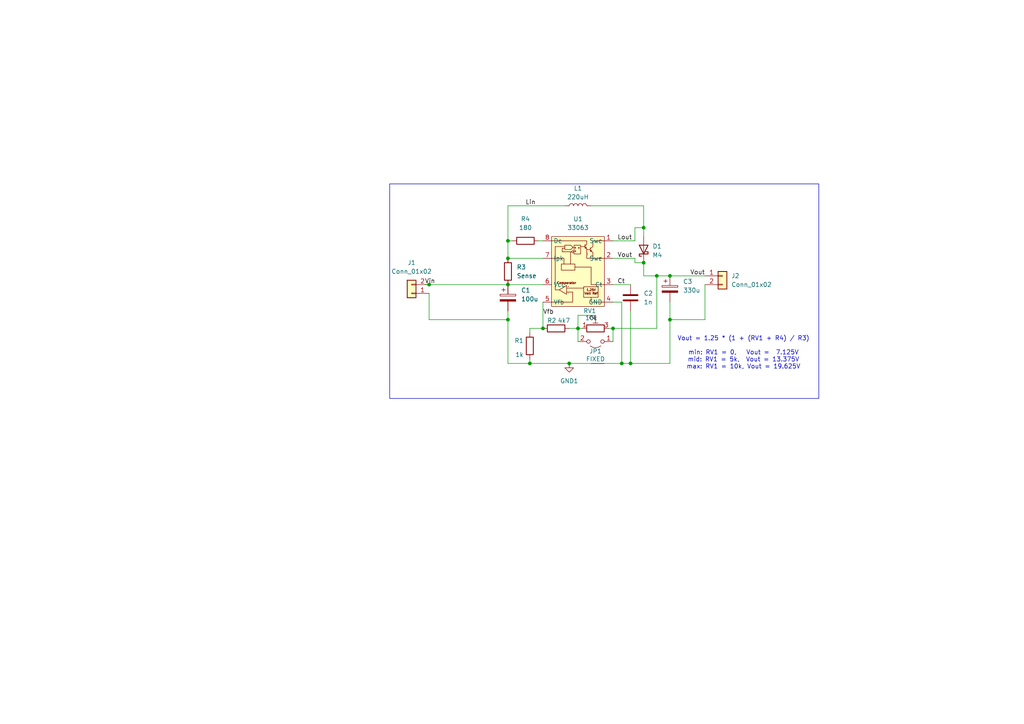
<source format=kicad_sch>
(kicad_sch (version 20231120) (generator "eeschema") (generator_version "8.0")
  (paper "A4")
  (lib_symbols
    (symbol "Connector_Generic:Conn_01x02" (pin_names (offset 1.016) hide)
      (property "Reference" "J" (at 0 2.54 0))
      (property "Value" "Conn_01x02" (at 0 -5.08 0))
      (symbol "Conn_01x02_1_1"
        (rectangle (start -1.27 -2.413) (end 0 -2.667) (stroke (width 0.1524)))
        (rectangle (start -1.27 0.127) (end 0 -0.127) (stroke (width 0.1524)))
        (rectangle (start -1.27 1.27) (end 1.27 -3.81) (stroke (width 0.254)) (fill (type background)))
        (pin passive line (at -5.08 0 0) (length 3.81) (name "Pin_1") (number "1"))
        (pin passive line (at -5.08 -2.54 0) (length 3.81) (name "Pin_2") (number "2"))
      )
    )
    (symbol "Custom:MC33063"
      (property "Reference" "U" (at 0 11.43 0))
      (property "Value" "MC33063" (at 0.254 -11.938 0))
      (symbol "MC33063_0_1"
        (rectangle (start -4.826 2.159) (end -0.889 0.381))
        (arc (start -2.286 6.35) (mid -1.837 6.536) (end -1.651 6.985))
        (arc (start -1.651 6.985) (mid -1.837 7.434) (end -2.286 7.62))
        (rectangle (start -1.143 7.62) (end 0.762 5.08))
        (polyline (pts (xy -3.81 7.62) (xy -2.286 7.62)))
        (polyline (pts (xy -2.159 5.715) (xy -2.159 2.159)))
        (polyline (pts (xy -1.651 6.985) (xy -1.143 6.985)))
        (polyline (pts (xy 1.651 -4.826) (xy -3.175 -4.826)))
        (polyline (pts (xy 2.032 7.239) (xy 0.762 7.239)))
        (polyline (pts (xy 2.032 7.874) (xy 2.032 6.731)))
        (polyline (pts (xy 2.54 6.35) (xy 3.556 6.35)))
        (polyline (pts (xy 3.556 6.858) (xy 3.556 5.842)))
        (polyline (pts (xy -4.064 2.159) (xy -4.064 3.81) (xy -7.62 3.81)))
        (polyline (pts (xy -3.81 7.62) (xy -3.81 6.35) (xy -2.286 6.35)))
        (polyline (pts (xy 3.556 6.223) (xy 4.318 5.461) (xy 4.318 3.81)))
        (polyline (pts (xy 3.81 -7.493) (xy 3.81 -8.89) (xy 7.493 -8.89)))
        (polyline (pts (xy -3.81 6.731) (xy -4.572 6.731) (xy -4.572 5.715) (xy -1.778 5.715)))
        (polyline (pts (xy -3.175 -5.969) (xy -1.524 -5.969) (xy -1.524 -8.89) (xy -7.62 -8.89)))
        (polyline (pts (xy -0.889 1.27) (xy 3.81 1.27) (xy 3.81 -3.81) (xy 7.62 -3.81)))
        (polyline (pts (xy 2.032 7.366) (xy 2.54 7.874) (xy 2.54 8.89) (xy -7.62 8.89)))
        (polyline (pts (xy 2.413 6.985) (xy 2.413 6.731) (xy 2.159 6.731) (xy 2.413 6.985)))
        (polyline (pts (xy 3.556 6.604) (xy 4.318 7.239) (xy 4.318 8.89) (xy 7.62 8.89)))
        (polyline (pts (xy 3.937 6.096) (xy 3.937 5.842) (xy 3.683 5.842) (xy 3.937 6.096)))
        (polyline (pts (xy -3.81 7.239) (xy -6.604 7.239) (xy -6.604 -5.334) (xy -5.461 -5.334) (xy -3.302 -4.064) (xy -3.302 -6.604) (xy -5.461 -5.334) (xy -5.461 -5.334)))
        (polyline (pts (xy 2.032 7.112) (xy 2.54 6.604) (xy 2.54 5.461) (xy 2.667 5.334) (xy 2.54 5.207) (xy 2.667 5.08) (xy 2.54 4.953) (xy 2.667 4.826) (xy 2.54 4.699) (xy 2.54 3.81) (xy 7.62 3.81)))
        (rectangle (start 1.651 -4.445) (end 5.842 -7.493))
      )
      (symbol "MC33063_1_1"
        (rectangle (start -7.62 10.16) (end 7.62 -10.16) (fill (type background)))
        (circle (center -1.524 5.715) (radius 0.284))
        (text "+" (at -2.794 -4.318 0) (effects (font (size 0.381 0.381))))
        (text "-" (at -2.794 -6.35 0) (effects (font (size 0.381 0.381))))
        (text "1.25V\nVolt Ref" (at 3.81 -5.842 0) (effects (font (size 0.635 0.635))))
        (text "Comparator" (at -3.302 -3.302 0) (effects (font (size 0.635 0.635))))
        (text "Q" (at 0.254 6.858 0) (effects (font (size 0.381 0.381))))
        (text "R" (at -0.762 5.842 0) (effects (font (size 0.381 0.381))))
        (text "S" (at -0.762 6.858 0) (effects (font (size 0.381 0.381))))
        (pin input line (at 10.16 8.89 180) (length 2.54) (name "Swc") (number "1"))
        (pin input line (at 10.16 3.81 180) (length 2.54) (name "Swe") (number "2"))
        (pin input line (at 10.16 -3.81 180) (length 2.54) (name "Ct") (number "3"))
        (pin input line (at 10.16 -8.89 180) (length 2.54) (name "GND") (number "4"))
        (pin input line (at -10.16 -8.89 0) (length 2.54) (name "Vfb") (number "5"))
        (pin input line (at -10.16 -3.81 0) (length 2.54) (name "Vcc") (number "6"))
        (pin input line (at -10.16 3.81 0) (length 2.54) (name "Ipk") (number "7"))
        (pin input line (at -10.16 8.89 0) (length 2.54) (name "Dc") (number "8"))
      )
    )
    (symbol "Device:C" (pin_numbers hide) (pin_names (offset 0.254))
      (property "Reference" "C" (at 0.635 2.54 0))
      (property "Value" "C" (at 0.635 -2.54 0))
      (symbol "C_0_1"
        (polyline (pts (xy -2.032 -0.762) (xy 2.032 -0.762)) (stroke (width 0.508)))
        (polyline (pts (xy -2.032 0.762) (xy 2.032 0.762)) (stroke (width 0.508)))
      )
      (symbol "C_1_1"
        (pin passive line (at 0 3.81 270) (length 2.794) (name "~") (number "1"))
        (pin passive line (at 0 -3.81 90) (length 2.794) (name "~") (number "2"))
      )
    )
    (symbol "Device:C_Polarized" (pin_numbers hide) (pin_names (offset 0.254))
      (property "Reference" "C" (at 0.635 2.54 0))
      (property "Value" "C_Polarized" (at 0.635 -2.54 0))
      (symbol "C_Polarized_0_1"
        (rectangle (start -2.286 0.508) (end 2.286 1.016))
        (polyline (pts (xy -1.778 2.286) (xy -0.762 2.286)))
        (polyline (pts (xy -1.27 2.794) (xy -1.27 1.778)))
        (rectangle (start 2.286 -0.508) (end -2.286 -1.016) (fill (type outline)))
      )
      (symbol "C_Polarized_1_1"
        (pin passive line (at 0 3.81 270) (length 2.794) (name "~") (number "1"))
        (pin passive line (at 0 -3.81 90) (length 2.794) (name "~") (number "2"))
      )
    )
    (symbol "Device:L" (pin_numbers hide) (pin_names (offset 1.016) hide)
      (property "Reference" "L" (at -1.27 0 90))
      (property "Value" "L" (at 1.905 0 90))
      (symbol "L_0_1"
        (arc (start 0 -2.54) (mid 0.6323 -1.905) (end 0 -1.27))
        (arc (start 0 -1.27) (mid 0.6323 -0.635) (end 0 0))
        (arc (start 0 0) (mid 0.6323 0.635) (end 0 1.27))
        (arc (start 0 1.27) (mid 0.6323 1.905) (end 0 2.54))
      )
      (symbol "L_1_1"
        (pin passive line (at 0 3.81 270) (length 1.27) (name "1") (number "1"))
        (pin passive line (at 0 -3.81 90) (length 1.27) (name "2") (number "2"))
      )
    )
    (symbol "Device:R" (pin_numbers hide) (pin_names (offset 0))
      (property "Reference" "R" (at 2.032 0 90))
      (property "Value" "R" (at 0 0 90))
      (symbol "R_0_1"
        (rectangle (start -1.016 -2.54) (end 1.016 2.54) (stroke (width 0.254)))
      )
      (symbol "R_1_1"
        (pin passive line (at 0 3.81 270) (length 1.27) (name "~") (number "1"))
        (pin passive line (at 0 -3.81 90) (length 1.27) (name "~") (number "2"))
      )
    )
    (symbol "Device:R_Potentiometer_Trim" (pin_names (offset 1.016) hide)
      (property "Reference" "RV" (at -4.445 0 90))
      (property "Value" "R_Potentiometer_Trim" (at -2.54 0 90))
      (symbol "R_Potentiometer_Trim_0_1"
        (polyline (pts (xy 1.524 0.762) (xy 1.524 -0.762)))
        (polyline (pts (xy 2.54 0) (xy 1.524 0)))
        (rectangle (start 1.016 2.54) (end -1.016 -2.54) (stroke (width 0.254)))
      )
      (symbol "R_Potentiometer_Trim_1_1"
        (pin passive line (at 0 3.81 270) (length 1.27) (name "1") (number "1"))
        (pin passive line (at 3.81 0 180) (length 1.27) (name "2") (number "2"))
        (pin passive line (at 0 -3.81 90) (length 1.27) (name "3") (number "3"))
      )
    )
    (symbol "Diode:1N5819WS" (pin_numbers hide) (pin_names (offset 1.016) hide)
      (property "Reference" "D" (at 0 2.54 0))
      (property "Value" "1N5819WS" (at 0 -2.54 0))
      (symbol "1N5819WS_0_1"
        (polyline (pts (xy 1.27 0) (xy -1.27 0)))
        (polyline (pts (xy 1.27 1.27) (xy 1.27 -1.27) (xy -1.27 0) (xy 1.27 1.27)) (stroke (width 0.254)))
        (polyline (pts (xy -1.905 0.635) (xy -1.905 1.27) (xy -1.27 1.27) (xy -1.27 -1.27) (xy -0.635 -1.27) (xy -0.635 -0.635)) (stroke (width 0.254)))
      )
      (symbol "1N5819WS_1_1"
        (pin passive line (at -3.81 0 0) (length 2.54) (name "K") (number "1"))
        (pin passive line (at 3.81 0 180) (length 2.54) (name "A") (number "2"))
      )
    )
    (symbol "Jumper:Jumper_2_Open" (pin_names (offset 0) hide)
      (property "Reference" "JP" (at 0 2.794 0))
      (property "Value" "Jumper_2_Open" (at 0 -2.286 0))
      (symbol "Jumper_2_Open_0_0"
        (circle (center -2.032 0) (radius 0.508))
        (circle (center 2.032 0) (radius 0.508))
      )
      (symbol "Jumper_2_Open_0_1"
        (arc (start 1.524 1.27) (mid 0 1.778) (end -1.524 1.27))
      )
      (symbol "Jumper_2_Open_1_1"
        (pin passive line (at -5.08 0 0) (length 2.54) (name "A") (number "1"))
        (pin passive line (at 5.08 0 180) (length 2.54) (name "B") (number "2"))
      )
    )
    (symbol "power:GND1" (power) (pin_names (offset 0))
      (property "Value" "GND1" (at 0 -3.81 0))
      (symbol "GND1_0_1"
        (polyline (pts (xy 0 0) (xy 0 -1.27) (xy 1.27 -1.27) (xy 0 -2.54) (xy -1.27 -1.27) (xy 0 -1.27)))
      )
      (symbol "GND1_1_1"
        (pin power_in line (at 0 0 270) (length 0) hide (name "GND1") (number "1"))
      )
    )
  )
  (junction (at 124.46 82.55))
  (junction (at 147.32 92.71))
  (junction (at 190.5 80.01))
  (junction (at 147.32 69.85))
  (junction (at 153.67 105.41))
  (junction (at 167.64 95.25))
  (junction (at 157.48 95.25))
  (junction (at 177.8 95.25))
  (junction (at 194.31 80.01))
  (junction (at 182.88 105.41))
  (junction (at 147.32 82.55))
  (junction (at 180.34 105.41))
  (junction (at 165.1 105.41))
  (junction (at 186.69 66.04))
  (junction (at 194.31 92.71))
  (junction (at 147.32 74.93))
  (junction (at 186.69 76.2))
  (wire (pts (xy 180.34 87.63) (xy 180.34 105.41)))
  (wire (pts (xy 153.67 95.25) (xy 153.67 96.52)))
  (wire (pts (xy 172.72 91.44) (xy 167.64 91.44)))
  (wire (pts (xy 157.48 87.63) (xy 157.48 95.25)))
  (wire (pts (xy 153.67 95.25) (xy 157.48 95.25)))
  (wire (pts (xy 194.31 92.71) (xy 194.31 105.41)))
  (wire (pts (xy 186.69 80.01) (xy 190.5 80.01)))
  (wire (pts (xy 147.32 82.55) (xy 157.48 82.55)))
  (wire (pts (xy 186.69 66.04) (xy 186.69 68.58)))
  (wire (pts (xy 194.31 87.63) (xy 194.31 92.71)))
  (wire (pts (xy 177.8 74.93) (xy 184.15 74.93)))
  (wire (pts (xy 147.32 59.69) (xy 147.32 69.85)))
  (wire (pts (xy 124.46 92.71) (xy 147.32 92.71)))
  (wire (pts (xy 180.34 105.41) (xy 182.88 105.41)))
  (wire (pts (xy 186.69 59.69) (xy 186.69 66.04)))
  (wire (pts (xy 147.32 92.71) (xy 147.32 90.17)))
  (wire (pts (xy 184.15 66.04) (xy 186.69 66.04)))
  (wire (pts (xy 180.34 87.63) (xy 177.8 87.63)))
  (wire (pts (xy 171.45 59.69) (xy 186.69 59.69)))
  (wire (pts (xy 177.8 95.25) (xy 190.5 95.25)))
  (wire (pts (xy 204.47 82.55) (xy 204.47 92.71)))
  (wire (pts (xy 204.47 92.71) (xy 194.31 92.71)))
  (wire (pts (xy 184.15 74.93) (xy 184.15 76.2)))
  (wire (pts (xy 148.59 69.85) (xy 147.32 69.85)))
  (wire (pts (xy 163.83 59.69) (xy 147.32 59.69)))
  (wire (pts (xy 147.32 105.41) (xy 153.67 105.41)))
  (polyline (pts (xy 171.45 105.41) (xy 175.26 105.41)))
  (wire (pts (xy 177.8 95.25) (xy 177.8 99.06)))
  (wire (pts (xy 186.69 76.2) (xy 186.69 80.01)))
  (wire (pts (xy 156.21 69.85) (xy 157.48 69.85)))
  (wire (pts (xy 165.1 105.41) (xy 180.34 105.41)))
  (wire (pts (xy 177.8 69.85) (xy 184.15 69.85)))
  (wire (pts (xy 167.64 95.25) (xy 168.91 95.25)))
  (wire (pts (xy 147.32 105.41) (xy 147.32 92.71)))
  (wire (pts (xy 182.88 90.17) (xy 182.88 105.41)))
  (wire (pts (xy 176.53 95.25) (xy 177.8 95.25)))
  (wire (pts (xy 147.32 74.93) (xy 157.48 74.93)))
  (wire (pts (xy 123.19 82.55) (xy 124.46 82.55)))
  (wire (pts (xy 190.5 80.01) (xy 194.31 80.01)))
  (wire (pts (xy 190.5 80.01) (xy 190.5 95.25)))
  (wire (pts (xy 165.1 95.25) (xy 167.64 95.25)))
  (wire (pts (xy 124.46 85.09) (xy 124.46 92.71)))
  (wire (pts (xy 153.67 105.41) (xy 153.67 104.14)))
  (wire (pts (xy 184.15 69.85) (xy 184.15 66.04)))
  (wire (pts (xy 167.64 91.44) (xy 167.64 95.25)))
  (wire (pts (xy 153.67 105.41) (xy 165.1 105.41)))
  (wire (pts (xy 167.64 95.25) (xy 167.64 99.06)))
  (wire (pts (xy 194.31 105.41) (xy 182.88 105.41)))
  (wire (pts (xy 194.31 80.01) (xy 204.47 80.01)))
  (wire (pts (xy 124.46 82.55) (xy 147.32 82.55)))
  (wire (pts (xy 147.32 69.85) (xy 147.32 74.93)))
  (wire (pts (xy 177.8 82.55) (xy 182.88 82.55)))
  (wire (pts (xy 184.15 76.2) (xy 186.69 76.2)))
  (rectangle (start 113.03 53.34) (end 237.49 115.57))
  (text "Vout = 1.25 * (1 + (RV1 + R4) / R3)\n\nmin: RV1 = 0,   Vout =  7.125V\nmid: RV1 = 5k,  Vout = 13.375V\nmax: RV1 = 10k, Vout = 19.625V" (at 215.646 102.362 0) (effects (font (size 1.27 1.27))))
  (label "Lin" (at 152.4 59.69 0))
  (label "Vfb" (at 157.48 91.44 0))
  (label "Vout" (at 179.07 74.93 0))
  (label "Vout" (at 204.47 80.01 180))
  (label "Ct" (at 179.07 82.55 0))
  (label "Lout" (at 179.07 69.85 0))
  (label "Vin" (at 123.19 82.55 0))
  (symbol (lib_id "Device:C_Polarized") (at 147.32 86.36 0) (unit 1)
    (property "Reference" "C1" (at 151.13 84.2009 0) (effects (justify left)))
    (property "Value" "100u" (at 151.13 86.7409 0) (effects (justify left)))
    (property "Footprint" "Capacitor_THT:CP_Radial_D6.3mm_P2.50mm" (effects (hide yes)))
    (property "Description" "Polarized capacitor" (effects (hide yes)))
  )
  (symbol (lib_id "Device:L") (at 167.64 59.69 90) (unit 1)
    (property "Reference" "L1" (at 167.64 54.61 90))
    (property "Value" "220uH" (at 167.64 57.15 90))
    (property "Footprint" "misc:Inductor_CD54" (effects (hide yes)))
    (property "Description" "Inductor" (effects (hide yes)))
  )
  (symbol (lib_id "power:GND1") (at 165.1 105.41 0) (unit 1)
    (property "Reference" "#PWR020" (effects (hide yes)))
    (property "Value" "GND1" (at 165.1 110.49 0))
    (property "Description" "Power symbol creates a global label with name \"GND1\" , ground" (effects (hide yes)))
  )
  (symbol (lib_id "Jumper:Jumper_2_Open") (at 172.72 99.06 180) (unit 1)
    (property "Reference" "JP1" (at 172.72 101.854 0))
    (property "Value" "FIXED" (at 172.72 104.14 0))
    (property "Footprint" "Jumper:SolderJumper-2_P1.3mm_Open_RoundedPad1.0x1.5mm" (effects (hide yes)))
    (property "Description" "Jumper, 2-pole, open" (effects (hide yes)))
  )
  (symbol (lib_id "Device:R") (at 152.4 69.85 90) (unit 1)
    (property "Reference" "R4" (at 152.4 63.5 90))
    (property "Value" "180" (at 152.4 66.04 90))
    (property "Footprint" "Resistor_SMD:R_0805_2012Metric_Pad1.20x1.40mm_HandSolder" (effects (hide yes)))
    (property "Description" "Resistor" (effects (hide yes)))
  )
  (symbol (lib_id "Device:R") (at 153.67 100.33 180) (unit 1)
    (property "Reference" "R1" (at 151.892 98.806 0) (effects (justify left)))
    (property "Value" "1k" (at 151.892 102.87 0) (effects (justify left)))
    (property "Footprint" "Resistor_SMD:R_0805_2012Metric_Pad1.20x1.40mm_HandSolder" (effects (hide yes)))
    (property "Description" "Resistor" (effects (hide yes)))
  )
  (symbol (lib_id "Custom:MC33063") (at 167.64 78.74 0) (unit 1)
    (property "Reference" "U1" (at 167.64 63.5 0))
    (property "Value" "33063" (at 167.64 66.04 0))
    (property "Footprint" "Package_SO:SOIC-8_3.9x4.9mm_P1.27mm" (effects (hide yes)))
  )
  (symbol (lib_id "Diode:1N5819WS") (at 186.69 72.39 90) (unit 1)
    (property "Reference" "D1" (at 189.23 71.4374 90) (effects (justify right)))
    (property "Value" "M4" (at 189.23 73.9774 90) (effects (justify right)))
    (property "Footprint" "misc:D_SMA_Handsoldering_with_symbol" (effects (hide yes)))
    (property "Datasheet" "https://datasheet.lcsc.com/lcsc/2204281430_Guangdong-Hottech-1N5819WS_C191023.pdf" (effects (hide yes)))
    (property "Description" "40V 600mV@1A 1A SOD-323 Schottky Barrier Diodes, SOD-323" (effects (hide yes)))
  )
  (symbol (lib_id "Device:R") (at 161.29 95.25 90) (unit 1)
    (property "Reference" "R2" (at 160.02 92.964 90))
    (property "Value" "4k7" (at 163.576 92.964 90))
    (property "Footprint" "Resistor_SMD:R_0805_2012Metric_Pad1.20x1.40mm_HandSolder" (effects (hide yes)))
    (property "Description" "Resistor" (effects (hide yes)))
  )
  (symbol (lib_id "Device:C_Polarized") (at 194.31 83.82 0) (unit 1)
    (property "Reference" "C3" (at 198.12 81.6609 0) (effects (justify left)))
    (property "Value" "330u" (at 198.12 84.2009 0) (effects (justify left)))
    (property "Footprint" "Capacitor_THT:CP_Radial_D6.3mm_P2.50mm" (effects (hide yes)))
    (property "Description" "Polarized capacitor" (effects (hide yes)))
  )
  (symbol (lib_id "Device:C") (at 182.88 86.36 0) (unit 1)
    (property "Reference" "C2" (at 186.69 85.0899 0) (effects (justify left)))
    (property "Value" "1n" (at 186.69 87.6299 0) (effects (justify left)))
    (property "Footprint" "Capacitor_SMD:C_0805_2012Metric_Pad1.18x1.45mm_HandSolder" (effects (hide yes)))
    (property "Description" "Unpolarized capacitor" (effects (hide yes)))
  )
  (symbol (lib_id "Connector_Generic:Conn_01x02") (at 119.38 85.09 180) (unit 1)
    (property "Reference" "J1" (at 119.38 76.2 0))
    (property "Value" "Conn_01x02" (at 119.38 78.74 0))
    (property "Footprint" "misc:sip_edge_2_no_slot" (effects (hide yes)))
    (property "Description" "Generic connector, single row, 01x02, script generated (kicad-library-utils/schlib/autogen/connector/)" (effects (hide yes)))
  )
  (symbol (lib_id "Device:R") (at 147.32 78.74 0) (unit 1)
    (property "Reference" "R3" (at 149.86 77.4699 0) (effects (justify left)))
    (property "Value" "Sense" (at 149.86 80.0099 0) (effects (justify left)))
    (property "Footprint" "LED_SMD:LED_0805_2012Metric_Pad1.15x1.40mm_HandSolder" (effects (hide yes)))
    (property "Description" "Resistor" (effects (hide yes)))
  )
  (symbol (lib_id "Connector_Generic:Conn_01x02") (at 209.55 80.01 0) (unit 1)
    (property "Reference" "J2" (at 212.09 80.0099 0) (effects (justify left)))
    (property "Value" "Conn_01x02" (at 212.09 82.5499 0) (effects (justify left)))
    (property "Footprint" "misc:sip_edge_2_no_slot" (effects (hide yes)))
    (property "Description" "Generic connector, single row, 01x02, script generated (kicad-library-utils/schlib/autogen/connector/)" (effects (hide yes)))
  )
  (symbol (lib_id "Device:R_Potentiometer_Trim") (at 172.72 95.25 90) (unit 1)
    (property "Reference" "RV1" (at 169.164 90.17 90) (effects (justify right)))
    (property "Value" "10k" (at 169.672 92.202 90) (effects (justify right)))
    (property "Footprint" "Potentiometer_THT:Potentiometer_Bourns_3296W_Vertical" (effects (hide yes)))
    (property "Description" "Trim-potentiometer" (effects (hide yes)))
  )
)
</source>
